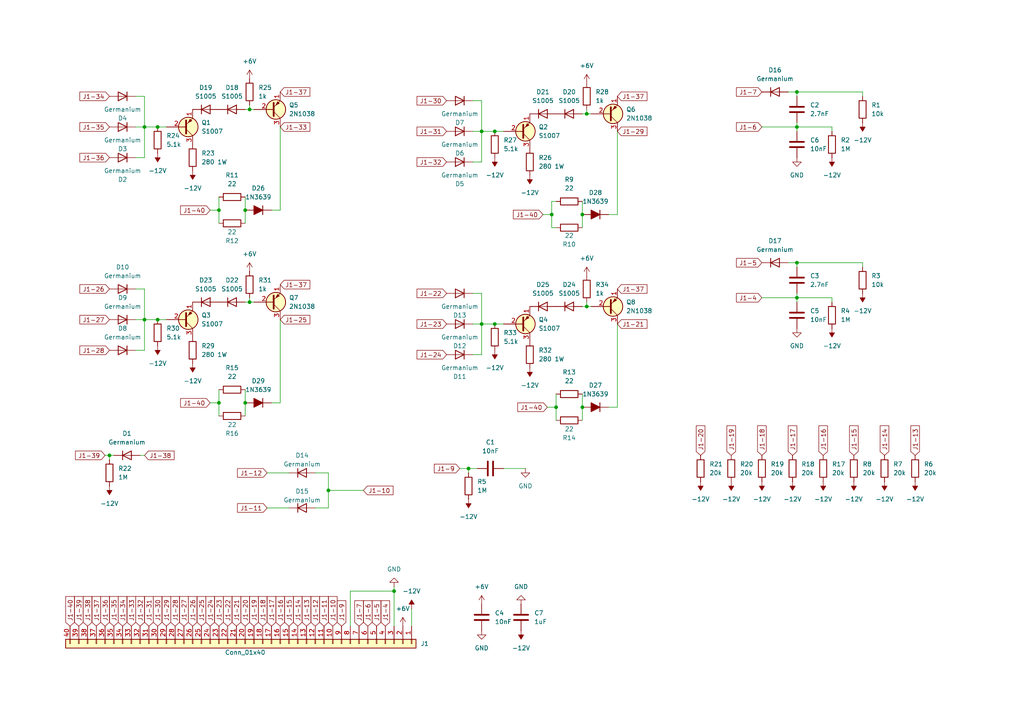
<source format=kicad_sch>
(kicad_sch (version 20250114) (generator "eeschema") (generator_version "9.0")
  (paper "A4")
  (title_block (comment 1 "All Resistors are Carbon Composition 5% 1/2 W") (comment 2 "All Capaciitors Metal Film") (comment 3 "Positive Marks Outer Foil on Capacitors") (comment 4 "Drawn By Calerin"))
  (junction (at 139.7 93.98))
  (junction (at 170.18 88.9))
  (junction (at 63.5 116.84))
  (junction (at 231.14 86.36))
  (junction (at 41.91 92.71))
  (junction (at 170.18 33.02))
  (junction (at 31.75 132.08))
  (junction (at 143.51 93.98))
  (junction (at 168.91 62.23))
  (junction (at 71.12 116.84))
  (junction (at 231.14 76.2))
  (junction (at 63.5 60.96))
  (junction (at 160.02 62.23))
  (junction (at 71.12 60.96))
  (junction (at 45.72 36.83))
  (junction (at 72.39 31.75))
  (junction (at 139.7 38.1))
  (junction (at 41.91 36.83))
  (junction (at 135.89 135.89))
  (junction (at 168.91 118.11))
  (junction (at 143.51 38.1))
  (junction (at 72.39 87.63))
  (junction (at 231.14 26.67))
  (junction (at 114.3 171.45))
  (junction (at 231.14 36.83))
  (junction (at 161.29 118.11))
  (junction (at 95.25 142.24))
  (junction (at 45.72 92.71))
  (wire (pts (xy 72.39 87.63) (xy 73.66 87.63)))
  (wire (pts (xy 139.7 85.09) (xy 139.7 93.98)))
  (wire (pts (xy 41.91 36.83) (xy 45.72 36.83)))
  (wire (pts (xy 176.53 118.11) (xy 179.07 118.11)))
  (wire (pts (xy 231.14 85.09) (xy 231.14 86.36)))
  (wire (pts (xy 95.25 142.24) (xy 105.41 142.24)))
  (wire (pts (xy 31.75 133.35) (xy 31.75 132.08)))
  (wire (pts (xy 41.91 83.82) (xy 41.91 92.71)))
  (wire (pts (xy 95.25 142.24) (xy 95.25 147.32)))
  (wire (pts (xy 63.5 116.84) (xy 63.5 113.03)))
  (wire (pts (xy 179.07 93.98) (xy 179.07 118.11)))
  (wire (pts (xy 168.91 58.42) (xy 168.91 62.23)))
  (wire (pts (xy 152.4 135.89) (xy 146.05 135.89)))
  (wire (pts (xy 143.51 93.98) (xy 146.05 93.98)))
  (wire (pts (xy 31.75 132.08) (xy 30.48 132.08)))
  (wire (pts (xy 231.14 38.1) (xy 231.14 36.83)))
  (wire (pts (xy 63.5 60.96) (xy 63.5 57.15)))
  (wire (pts (xy 71.12 87.63) (xy 72.39 87.63)))
  (wire (pts (xy 228.6 76.2) (xy 231.14 76.2)))
  (wire (pts (xy 250.19 26.67) (xy 231.14 26.67)))
  (wire (pts (xy 114.3 171.45) (xy 114.3 181.61)))
  (wire (pts (xy 71.12 116.84) (xy 71.12 120.65)))
  (wire (pts (xy 41.91 132.08) (xy 40.64 132.08)))
  (wire (pts (xy 77.47 137.16) (xy 83.82 137.16)))
  (wire (pts (xy 45.72 36.83) (xy 48.26 36.83)))
  (wire (pts (xy 220.98 86.36) (xy 231.14 86.36)))
  (wire (pts (xy 220.98 36.83) (xy 231.14 36.83)))
  (wire (pts (xy 41.91 101.6) (xy 39.37 101.6)))
  (wire (pts (xy 157.48 62.23) (xy 160.02 62.23)))
  (wire (pts (xy 250.19 27.94) (xy 250.19 26.67)))
  (wire (pts (xy 139.7 93.98) (xy 139.7 102.87)))
  (wire (pts (xy 81.28 116.84) (xy 81.28 92.71)))
  (wire (pts (xy 241.3 86.36) (xy 231.14 86.36)))
  (wire (pts (xy 241.3 86.36) (xy 241.3 87.63)))
  (wire (pts (xy 33.02 132.08) (xy 31.75 132.08)))
  (wire (pts (xy 139.7 102.87) (xy 137.16 102.87)))
  (wire (pts (xy 161.29 121.92) (xy 161.29 118.11)))
  (wire (pts (xy 77.47 147.32) (xy 83.82 147.32)))
  (wire (pts (xy 71.12 113.03) (xy 71.12 116.84)))
  (wire (pts (xy 63.5 120.65) (xy 63.5 116.84)))
  (wire (pts (xy 160.02 66.04) (xy 160.02 62.23)))
  (wire (pts (xy 72.39 86.36) (xy 72.39 87.63)))
  (wire (pts (xy 78.74 116.84) (xy 81.28 116.84)))
  (wire (pts (xy 133.35 135.89) (xy 135.89 135.89)))
  (wire (pts (xy 168.91 33.02) (xy 170.18 33.02)))
  (wire (pts (xy 60.96 116.84) (xy 63.5 116.84)))
  (wire (pts (xy 135.89 135.89) (xy 138.43 135.89)))
  (wire (pts (xy 228.6 26.67) (xy 231.14 26.67)))
  (wire (pts (xy 158.75 118.11) (xy 161.29 118.11)))
  (wire (pts (xy 168.91 114.3) (xy 168.91 118.11)))
  (wire (pts (xy 241.3 36.83) (xy 241.3 38.1)))
  (wire (pts (xy 137.16 29.21) (xy 139.7 29.21)))
  (wire (pts (xy 139.7 93.98) (xy 143.51 93.98)))
  (wire (pts (xy 41.91 45.72) (xy 39.37 45.72)))
  (wire (pts (xy 231.14 35.56) (xy 231.14 36.83)))
  (wire (pts (xy 41.91 27.94) (xy 41.91 36.83)))
  (wire (pts (xy 71.12 60.96) (xy 71.12 64.77)))
  (wire (pts (xy 231.14 76.2) (xy 231.14 77.47)))
  (wire (pts (xy 161.29 118.11) (xy 161.29 114.3)))
  (wire (pts (xy 139.7 38.1) (xy 143.51 38.1)))
  (wire (pts (xy 250.19 76.2) (xy 231.14 76.2)))
  (wire (pts (xy 139.7 38.1) (xy 139.7 46.99)))
  (wire (pts (xy 71.12 57.15) (xy 71.12 60.96)))
  (wire (pts (xy 170.18 33.02) (xy 171.45 33.02)))
  (wire (pts (xy 60.96 60.96) (xy 63.5 60.96)))
  (wire (pts (xy 95.25 147.32) (xy 91.44 147.32)))
  (wire (pts (xy 137.16 85.09) (xy 139.7 85.09)))
  (wire (pts (xy 170.18 88.9) (xy 171.45 88.9)))
  (wire (pts (xy 231.14 87.63) (xy 231.14 86.36)))
  (wire (pts (xy 139.7 29.21) (xy 139.7 38.1)))
  (wire (pts (xy 39.37 83.82) (xy 41.91 83.82)))
  (wire (pts (xy 78.74 60.96) (xy 81.28 60.96)))
  (wire (pts (xy 241.3 36.83) (xy 231.14 36.83)))
  (wire (pts (xy 81.28 60.96) (xy 81.28 36.83)))
  (wire (pts (xy 139.7 93.98) (xy 137.16 93.98)))
  (wire (pts (xy 41.91 92.71) (xy 45.72 92.71)))
  (wire (pts (xy 176.53 62.23) (xy 179.07 62.23)))
  (wire (pts (xy 114.3 170.18) (xy 114.3 171.45)))
  (wire (pts (xy 119.38 176.53) (xy 119.38 181.61)))
  (wire (pts (xy 168.91 62.23) (xy 168.91 66.04)))
  (wire (pts (xy 63.5 64.77) (xy 63.5 60.96)))
  (wire (pts (xy 72.39 30.48) (xy 72.39 31.75)))
  (wire (pts (xy 179.07 62.23) (xy 179.07 38.1)))
  (wire (pts (xy 139.7 38.1) (xy 137.16 38.1)))
  (wire (pts (xy 143.51 38.1) (xy 146.05 38.1)))
  (wire (pts (xy 160.02 62.23) (xy 160.02 58.42)))
  (wire (pts (xy 135.89 135.89) (xy 135.89 137.16)))
  (wire (pts (xy 161.29 66.04) (xy 160.02 66.04)))
  (wire (pts (xy 91.44 137.16) (xy 95.25 137.16)))
  (wire (pts (xy 170.18 31.75) (xy 170.18 33.02)))
  (wire (pts (xy 250.19 76.2) (xy 250.19 77.47)))
  (wire (pts (xy 168.91 88.9) (xy 170.18 88.9)))
  (wire (pts (xy 39.37 27.94) (xy 41.91 27.94)))
  (wire (pts (xy 101.6 171.45) (xy 114.3 171.45)))
  (wire (pts (xy 41.91 92.71) (xy 39.37 92.71)))
  (wire (pts (xy 139.7 46.99) (xy 137.16 46.99)))
  (wire (pts (xy 71.12 31.75) (xy 72.39 31.75)))
  (wire (pts (xy 231.14 26.67) (xy 231.14 27.94)))
  (wire (pts (xy 41.91 36.83) (xy 39.37 36.83)))
  (wire (pts (xy 72.39 31.75) (xy 73.66 31.75)))
  (wire (pts (xy 101.6 181.61) (xy 101.6 171.45)))
  (wire (pts (xy 41.91 36.83) (xy 41.91 45.72)))
  (wire (pts (xy 95.25 137.16) (xy 95.25 142.24)))
  (wire (pts (xy 170.18 87.63) (xy 170.18 88.9)))
  (wire (pts (xy 41.91 92.71) (xy 41.91 101.6)))
  (wire (pts (xy 168.91 118.11) (xy 168.91 121.92)))
  (wire (pts (xy 160.02 58.42) (xy 161.29 58.42)))
  (wire (pts (xy 45.72 92.71) (xy 48.26 92.71)))
  (global_label "J1-10" (shape input) (at 105.41 142.24 0) (property "Intersheetrefs" "${INTERSHEET_REFS}" (effects (hide yes))))
  (global_label "J1-12" (shape input) (at 91.44 181.61 90) (property "Intersheetrefs" "${INTERSHEET_REFS}" (effects (hide yes))))
  (global_label "J1-34" (shape input) (at 31.75 27.94 180) (property "Intersheetrefs" "${INTERSHEET_REFS}" (effects (hide yes))))
  (global_label "J1-30" (shape input) (at 45.72 181.61 90) (property "Intersheetrefs" "${INTERSHEET_REFS}" (effects (hide yes))))
  (global_label "J1-39" (shape input) (at 22.86 181.61 90) (property "Intersheetrefs" "${INTERSHEET_REFS}" (effects (hide yes))))
  (global_label "J1-23" (shape input) (at 63.5 181.61 90) (property "Intersheetrefs" "${INTERSHEET_REFS}" (effects (hide yes))))
  (global_label "J1-20" (shape input) (at 71.12 181.61 90) (property "Intersheetrefs" "${INTERSHEET_REFS}" (effects (hide yes))))
  (global_label "J1-40" (shape input) (at 60.96 116.84 180) (property "Intersheetrefs" "${INTERSHEET_REFS}" (effects (hide yes))))
  (global_label "J1-12" (shape input) (at 77.47 137.16 180) (property "Intersheetrefs" "${INTERSHEET_REFS}" (effects (hide yes))))
  (global_label "J1-26" (shape input) (at 55.88 181.61 90) (property "Intersheetrefs" "${INTERSHEET_REFS}" (effects (hide yes))))
  (global_label "J1-24" (shape input) (at 60.96 181.61 90) (property "Intersheetrefs" "${INTERSHEET_REFS}" (effects (hide yes))))
  (global_label "J1-28" (shape input) (at 50.8 181.61 90) (property "Intersheetrefs" "${INTERSHEET_REFS}" (effects (hide yes))))
  (global_label "J1-16" (shape input) (at 238.76 132.08 90) (property "Intersheetrefs" "${INTERSHEET_REFS}" (effects (hide yes))))
  (global_label "J1-23" (shape input) (at 129.54 93.98 180) (property "Intersheetrefs" "${INTERSHEET_REFS}" (effects (hide yes))))
  (global_label "J1-6" (shape input) (at 106.68 181.61 90) (property "Intersheetrefs" "${INTERSHEET_REFS}" (effects (hide yes))))
  (global_label "J1-39" (shape input) (at 30.48 132.08 180) (property "Intersheetrefs" "${INTERSHEET_REFS}" (effects (hide yes))))
  (global_label "J1-40" (shape input) (at 157.48 62.23 180) (property "Intersheetrefs" "${INTERSHEET_REFS}" (effects (hide yes))))
  (global_label "J1-37" (shape input) (at 81.28 26.67 0) (property "Intersheetrefs" "${INTERSHEET_REFS}" (effects (hide yes))))
  (global_label "J1-22" (shape input) (at 129.54 85.09 180) (property "Intersheetrefs" "${INTERSHEET_REFS}" (effects (hide yes))))
  (global_label "J1-14" (shape input) (at 86.36 181.61 90) (property "Intersheetrefs" "${INTERSHEET_REFS}" (effects (hide yes))))
  (global_label "J1-21" (shape input) (at 68.58 181.61 90) (property "Intersheetrefs" "${INTERSHEET_REFS}" (effects (hide yes))))
  (global_label "J1-36" (shape input) (at 30.48 181.61 90) (property "Intersheetrefs" "${INTERSHEET_REFS}" (effects (hide yes))))
  (global_label "J1-35" (shape input) (at 31.75 36.83 180) (property "Intersheetrefs" "${INTERSHEET_REFS}" (effects (hide yes))))
  (global_label "J1-25" (shape input) (at 81.28 92.71 0) (property "Intersheetrefs" "${INTERSHEET_REFS}" (effects (hide yes))))
  (global_label "J1-7" (shape input) (at 104.14 181.61 90) (property "Intersheetrefs" "${INTERSHEET_REFS}" (effects (hide yes))))
  (global_label "J1-31" (shape input) (at 43.18 181.61 90) (property "Intersheetrefs" "${INTERSHEET_REFS}" (effects (hide yes))))
  (global_label "J1-4" (shape input) (at 220.98 86.36 180) (property "Intersheetrefs" "${INTERSHEET_REFS}" (effects (hide yes))))
  (global_label "J1-29" (shape input) (at 179.07 38.1 0) (property "Intersheetrefs" "${INTERSHEET_REFS}" (effects (hide yes))))
  (global_label "J1-4" (shape input) (at 111.76 181.61 90) (property "Intersheetrefs" "${INTERSHEET_REFS}" (effects (hide yes))))
  (global_label "J1-32" (shape input) (at 40.64 181.61 90) (property "Intersheetrefs" "${INTERSHEET_REFS}" (effects (hide yes))))
  (global_label "J1-6" (shape input) (at 220.98 36.83 180) (property "Intersheetrefs" "${INTERSHEET_REFS}" (effects (hide yes))))
  (global_label "J1-35" (shape input) (at 33.02 181.61 90) (property "Intersheetrefs" "${INTERSHEET_REFS}" (effects (hide yes))))
  (global_label "J1-9" (shape input) (at 133.35 135.89 180) (property "Intersheetrefs" "${INTERSHEET_REFS}" (effects (hide yes))))
  (global_label "J1-11" (shape input) (at 77.47 147.32 180) (property "Intersheetrefs" "${INTERSHEET_REFS}" (effects (hide yes))))
  (global_label "J1-27" (shape input) (at 31.75 92.71 180) (property "Intersheetrefs" "${INTERSHEET_REFS}" (effects (hide yes))))
  (global_label "J1-29" (shape input) (at 48.26 181.61 90) (property "Intersheetrefs" "${INTERSHEET_REFS}" (effects (hide yes))))
  (global_label "J1-31" (shape input) (at 129.54 38.1 180) (property "Intersheetrefs" "${INTERSHEET_REFS}" (effects (hide yes))))
  (global_label "J1-16" (shape input) (at 81.28 181.61 90) (property "Intersheetrefs" "${INTERSHEET_REFS}" (effects (hide yes))))
  (global_label "J1-22" (shape input) (at 66.04 181.61 90) (property "Intersheetrefs" "${INTERSHEET_REFS}" (effects (hide yes))))
  (global_label "J1-5" (shape input) (at 109.22 181.61 90) (property "Intersheetrefs" "${INTERSHEET_REFS}" (effects (hide yes))))
  (global_label "J1-37" (shape input) (at 27.94 181.61 90) (property "Intersheetrefs" "${INTERSHEET_REFS}" (effects (hide yes))))
  (global_label "J1-37" (shape input) (at 179.07 83.82 0) (property "Intersheetrefs" "${INTERSHEET_REFS}" (effects (hide yes))))
  (global_label "J1-33" (shape input) (at 38.1 181.61 90) (property "Intersheetrefs" "${INTERSHEET_REFS}" (effects (hide yes))))
  (global_label "J1-17" (shape input) (at 229.87 132.08 90) (property "Intersheetrefs" "${INTERSHEET_REFS}" (effects (hide yes))))
  (global_label "J1-15" (shape input) (at 83.82 181.61 90) (property "Intersheetrefs" "${INTERSHEET_REFS}" (effects (hide yes))))
  (global_label "J1-18" (shape input) (at 76.2 181.61 90) (property "Intersheetrefs" "${INTERSHEET_REFS}" (effects (hide yes))))
  (global_label "J1-13" (shape input) (at 265.43 132.08 90) (property "Intersheetrefs" "${INTERSHEET_REFS}" (effects (hide yes))))
  (global_label "J1-38" (shape input) (at 41.91 132.08 0) (property "Intersheetrefs" "${INTERSHEET_REFS}" (effects (hide yes))))
  (global_label "J1-37" (shape input) (at 81.28 82.55 0) (property "Intersheetrefs" "${INTERSHEET_REFS}" (effects (hide yes))))
  (global_label "J1-13" (shape input) (at 88.9 181.61 90) (property "Intersheetrefs" "${INTERSHEET_REFS}" (effects (hide yes))))
  (global_label "J1-37" (shape input) (at 179.07 27.94 0) (property "Intersheetrefs" "${INTERSHEET_REFS}" (effects (hide yes))))
  (global_label "J1-34" (shape input) (at 35.56 181.61 90) (property "Intersheetrefs" "${INTERSHEET_REFS}" (effects (hide yes))))
  (global_label "J1-21" (shape input) (at 179.07 93.98 0) (property "Intersheetrefs" "${INTERSHEET_REFS}" (effects (hide yes))))
  (global_label "J1-33" (shape input) (at 81.28 36.83 0) (property "Intersheetrefs" "${INTERSHEET_REFS}" (effects (hide yes))))
  (global_label "J1-10" (shape input) (at 96.52 181.61 90) (property "Intersheetrefs" "${INTERSHEET_REFS}" (effects (hide yes))))
  (global_label "J1-20" (shape input) (at 203.2 132.08 90) (property "Intersheetrefs" "${INTERSHEET_REFS}" (effects (hide yes))))
  (global_label "J1-18" (shape input) (at 220.98 132.08 90) (property "Intersheetrefs" "${INTERSHEET_REFS}" (effects (hide yes))))
  (global_label "J1-40" (shape input) (at 158.75 118.11 180) (property "Intersheetrefs" "${INTERSHEET_REFS}" (effects (hide yes))))
  (global_label "J1-24" (shape input) (at 129.54 102.87 180) (property "Intersheetrefs" "${INTERSHEET_REFS}" (effects (hide yes))))
  (global_label "J1-9" (shape input) (at 99.06 181.61 90) (property "Intersheetrefs" "${INTERSHEET_REFS}" (effects (hide yes))))
  (global_label "J1-32" (shape input) (at 129.54 46.99 180) (property "Intersheetrefs" "${INTERSHEET_REFS}" (effects (hide yes))))
  (global_label "J1-30" (shape input) (at 129.54 29.21 180) (property "Intersheetrefs" "${INTERSHEET_REFS}" (effects (hide yes))))
  (global_label "J1-28" (shape input) (at 31.75 101.6 180) (property "Intersheetrefs" "${INTERSHEET_REFS}" (effects (hide yes))))
  (global_label "J1-19" (shape input) (at 212.09 132.08 90) (property "Intersheetrefs" "${INTERSHEET_REFS}" (effects (hide yes))))
  (global_label "J1-26" (shape input) (at 31.75 83.82 180) (property "Intersheetrefs" "${INTERSHEET_REFS}" (effects (hide yes))))
  (global_label "J1-17" (shape input) (at 78.74 181.61 90) (property "Intersheetrefs" "${INTERSHEET_REFS}" (effects (hide yes))))
  (global_label "J1-40" (shape input) (at 20.32 181.61 90) (property "Intersheetrefs" "${INTERSHEET_REFS}" (effects (hide yes))))
  (global_label "J1-19" (shape input) (at 73.66 181.61 90) (property "Intersheetrefs" "${INTERSHEET_REFS}" (effects (hide yes))))
  (global_label "J1-27" (shape input) (at 53.34 181.61 90) (property "Intersheetrefs" "${INTERSHEET_REFS}" (effects (hide yes))))
  (global_label "J1-11" (shape input) (at 93.98 181.61 90) (property "Intersheetrefs" "${INTERSHEET_REFS}" (effects (hide yes))))
  (global_label "J1-15" (shape input) (at 247.65 132.08 90) (property "Intersheetrefs" "${INTERSHEET_REFS}" (effects (hide yes))))
  (global_label "J1-40" (shape input) (at 60.96 60.96 180) (property "Intersheetrefs" "${INTERSHEET_REFS}" (effects (hide yes))))
  (global_label "J1-14" (shape input) (at 256.54 132.08 90) (property "Intersheetrefs" "${INTERSHEET_REFS}" (effects (hide yes))))
  (global_label "J1-5" (shape input) (at 220.98 76.2 180) (property "Intersheetrefs" "${INTERSHEET_REFS}" (effects (hide yes))))
  (global_label "J1-36" (shape input) (at 31.75 45.72 180) (property "Intersheetrefs" "${INTERSHEET_REFS}" (effects (hide yes))))
  (global_label "J1-25" (shape input) (at 58.42 181.61 90) (property "Intersheetrefs" "${INTERSHEET_REFS}" (effects (hide yes))))
  (global_label "J1-38" (shape input) (at 25.4 181.61 90) (property "Intersheetrefs" "${INTERSHEET_REFS}" (effects (hide yes))))
  (global_label "J1-7" (shape input) (at 220.98 26.67 180) (property "Intersheetrefs" "${INTERSHEET_REFS}" (effects (hide yes))))
  (symbol (lib_id "Device:R") (at 256.54 135.89 0) (unit 1)
    (property "Reference" "R7" (at 259.08 134.6199 0) (effects (justify left)))
    (property "Value" "20k" (at 259.08 137.1599 0) (effects (justify left)))
    (property "Footprint" "Resistor_THT:R_Axial_DIN0309_L9.0mm_D3.2mm_P15.24mm_Horizontal" (effects (hide yes)))
    (property "Description" "Resistor" (effects (hide yes)))
  )
  (symbol (lib_id "Device:C") (at 142.24 135.89 270) (unit 1)
    (property "Reference" "C1" (at 142.24 128.27 90))
    (property "Value" "10nF" (at 142.24 130.81 90))
    (property "Footprint" "Capacitor_THT:CP_Axial_L10.0mm_D4.5mm_P15.00mm_Horizontal" (effects (hide yes)))
    (property "Description" "Unpolarized capacitor" (effects (hide yes)))
  )
  (symbol (lib_id "power:GND") (at 139.7 182.88 0) (unit 1)
    (property "Reference" "#PWR019" (effects (hide yes)))
    (property "Value" "GND" (at 139.7 187.96 0))
    (property "Description" "Power symbol creates a global label with name \"GND\" , ground" (effects (hide yes)))
  )
  (symbol (lib_id "PCM_Transistor_BJT_AKL:Q_PNP_Generic_EBC") (at 78.74 31.75 0) (unit 1)
    (property "Reference" "Q5" (at 83.82 30.4799 0) (effects (justify left)))
    (property "Value" "2N1038" (at 83.82 33.0199 0) (effects (justify left)))
    (property "Footprint" "Package_TO_SOT_THT:TO-5-3" (effects (hide yes)))
    (property "Description" "PNP transistor, generic symbol, Alternate KiCAD Library" (effects (hide yes)))
  )
  (symbol (lib_id "power:-12V") (at 250.19 85.09 180) (unit 1)
    (property "Reference" "#PWR014" (effects (hide yes)))
    (property "Value" "-12V" (at 250.19 90.17 0))
    (property "Description" "Power symbol creates a global label with name \"-12V\"" (effects (hide yes)))
  )
  (symbol (lib_id "power:-12V") (at 247.65 139.7 180) (unit 1)
    (property "Reference" "#PWR08" (effects (hide yes)))
    (property "Value" "-12V" (at 247.65 144.78 0))
    (property "Description" "Power symbol creates a global label with name \"-12V\"" (effects (hide yes)))
  )
  (symbol (lib_id "PCM_Transistor_BJT_AKL:Q_PNP_Generic_EBC") (at 78.74 87.63 0) (unit 1)
    (property "Reference" "Q7" (at 83.82 86.3599 0) (effects (justify left)))
    (property "Value" "2N1038" (at 83.82 88.8999 0) (effects (justify left)))
    (property "Footprint" "Package_TO_SOT_THT:TO-5-3" (effects (hide yes)))
    (property "Description" "PNP transistor, generic symbol, Alternate KiCAD Library" (effects (hide yes)))
  )
  (symbol (lib_id "PCM_Diode_AKL:1N4003") (at 172.72 62.23 0) (unit 1)
    (property "Reference" "D28" (at 172.72 55.88 0))
    (property "Value" "1N3639" (at 172.72 58.42 0))
    (property "Footprint" "Diode_THT:D_DO-201AD_P15.24mm_Horizontal" (effects (hide yes)))
    (property "Datasheet" "https://www.tme.eu/Document/5f8ffc5ac30fc86bac97d66040bf5502/1n400x.pdf" (effects (hide yes)))
    (property "Description" "DO-41 Diode, Rectifier, 200V, 1A, Alternate KiCad Library" (effects (hide yes)))
  )
  (symbol (lib_id "Device:R") (at 203.2 135.89 0) (unit 1)
    (property "Reference" "R21" (at 205.74 134.6199 0) (effects (justify left)))
    (property "Value" "20k" (at 205.74 137.1599 0) (effects (justify left)))
    (property "Footprint" "Resistor_THT:R_Axial_DIN0309_L9.0mm_D3.2mm_P15.24mm_Horizontal" (effects (hide yes)))
    (property "Description" "Resistor" (effects (hide yes)))
  )
  (symbol (lib_id "Device:R") (at 247.65 135.89 0) (unit 1)
    (property "Reference" "R8" (at 250.19 134.6199 0) (effects (justify left)))
    (property "Value" "20k" (at 250.19 137.1599 0) (effects (justify left)))
    (property "Footprint" "Resistor_THT:R_Axial_DIN0309_L9.0mm_D3.2mm_P15.24mm_Horizontal" (effects (hide yes)))
    (property "Description" "Resistor" (effects (hide yes)))
  )
  (symbol (lib_id "Device:R") (at 143.51 41.91 0) (unit 1)
    (property "Reference" "R27" (at 146.05 40.6399 0) (effects (justify left)))
    (property "Value" "5.1k" (at 146.05 43.1799 0) (effects (justify left)))
    (property "Footprint" "Resistor_THT:R_Axial_DIN0309_L9.0mm_D3.2mm_P15.24mm_Horizontal" (effects (hide yes)))
    (property "Description" "Resistor" (effects (hide yes)))
  )
  (symbol (lib_id "Device:D") (at 35.56 27.94 180) (unit 1)
    (property "Reference" "D4" (at 35.56 34.29 0))
    (property "Value" "Germanium" (at 35.56 31.75 0))
    (property "Footprint" "Diode_THT:D_A-405_P12.70mm_Horizontal" (effects (hide yes)))
    (property "Description" "Diode" (effects (hide yes)))
    (property "Sim.Device" "D" (effects (hide yes)))
    (property "Sim.Pins" "1=K 2=A" (effects (hide yes)))
  )
  (symbol (lib_id "Device:D") (at 35.56 92.71 180) (unit 1)
    (property "Reference" "D9" (at 35.56 86.36 0))
    (property "Value" "Germanium" (at 35.56 88.9 0))
    (property "Footprint" "Diode_THT:D_A-405_P12.70mm_Horizontal" (effects (hide yes)))
    (property "Description" "Diode" (effects (hide yes)))
    (property "Sim.Device" "D" (effects (hide yes)))
    (property "Sim.Pins" "1=K 2=A" (effects (hide yes)))
  )
  (symbol (lib_id "Device:R") (at 170.18 27.94 180) (unit 1)
    (property "Reference" "R28" (at 172.72 26.6699 0) (effects (justify right)))
    (property "Value" "1k" (at 172.72 29.2099 0) (effects (justify right)))
    (property "Footprint" "Resistor_THT:R_Axial_DIN0309_L9.0mm_D3.2mm_P15.24mm_Horizontal" (effects (hide yes)))
    (property "Description" "Resistor" (effects (hide yes)))
  )
  (symbol (lib_id "power:-12V") (at 212.09 139.7 180) (unit 1)
    (property "Reference" "#PWR04" (effects (hide yes)))
    (property "Value" "-12V" (at 212.09 144.78 0))
    (property "Description" "Power symbol creates a global label with name \"-12V\"" (effects (hide yes)))
  )
  (symbol (lib_id "power:GND") (at 231.14 95.25 0) (unit 1)
    (property "Reference" "#PWR017" (effects (hide yes)))
    (property "Value" "GND" (at 231.14 100.33 0))
    (property "Description" "Power symbol creates a global label with name \"GND\" , ground" (effects (hide yes)))
  )
  (symbol (lib_id "Device:D") (at 35.56 101.6 180) (unit 1)
    (property "Reference" "D8" (at 35.56 95.25 0))
    (property "Value" "Germanium" (at 35.56 97.79 0))
    (property "Footprint" "Diode_THT:D_A-405_P12.70mm_Horizontal" (effects (hide yes)))
    (property "Description" "Diode" (effects (hide yes)))
    (property "Sim.Device" "D" (effects (hide yes)))
    (property "Sim.Pins" "1=K 2=A" (effects (hide yes)))
  )
  (symbol (lib_id "Device:R") (at 67.31 113.03 270) (unit 1)
    (property "Reference" "R15" (at 67.31 106.68 90))
    (property "Value" "22" (at 67.31 109.22 90))
    (property "Footprint" "Resistor_THT:R_Axial_DIN0309_L9.0mm_D3.2mm_P15.24mm_Horizontal" (effects (hide yes)))
    (property "Description" "Resistor" (effects (hide yes)))
  )
  (symbol (lib_id "power:-12V") (at 119.38 176.53 0) (unit 1)
    (property "Reference" "#PWR039" (effects (hide yes)))
    (property "Value" "-12V" (at 119.38 171.45 0))
    (property "Description" "Power symbol creates a global label with name \"-12V\"" (effects (hide yes)))
  )
  (symbol (lib_id "PCM_Transistor_BJT_AKL:Q_PNP_Generic_EBC") (at 53.34 36.83 0) (unit 1)
    (property "Reference" "Q1" (at 58.42 35.5599 0) (effects (justify left)))
    (property "Value" "S1007" (at 58.42 38.0999 0) (effects (justify left)))
    (property "Footprint" "Package_TO_SOT_THT:TO-5-3" (effects (hide yes)))
    (property "Description" "PNP transistor, generic symbol, Alternate KiCAD Library" (effects (hide yes)))
  )
  (symbol (lib_id "Device:R") (at 31.75 137.16 0) (unit 1)
    (property "Reference" "R22" (at 34.29 135.8899 0) (effects (justify left)))
    (property "Value" "1M" (at 34.29 138.4299 0) (effects (justify left)))
    (property "Footprint" "Resistor_THT:R_Axial_DIN0309_L9.0mm_D3.2mm_P15.24mm_Horizontal" (effects (hide yes)))
    (property "Description" "Resistor" (effects (hide yes)))
  )
  (symbol (lib_id "Device:R") (at 265.43 135.89 0) (unit 1)
    (property "Reference" "R6" (at 267.97 134.6199 0) (effects (justify left)))
    (property "Value" "20k" (at 267.97 137.1599 0) (effects (justify left)))
    (property "Footprint" "Resistor_THT:R_Axial_DIN0309_L9.0mm_D3.2mm_P15.24mm_Horizontal" (effects (hide yes)))
    (property "Description" "Resistor" (effects (hide yes)))
  )
  (symbol (lib_id "power:+6V") (at 72.39 22.86 0) (unit 1)
    (property "Reference" "#PWR023" (effects (hide yes)))
    (property "Value" "+6V" (at 72.39 17.78 0))
    (property "Description" "Power symbol creates a global label with name \"+6V\"" (effects (hide yes)))
  )
  (symbol (lib_id "Device:R") (at 72.39 82.55 180) (unit 1)
    (property "Reference" "R31" (at 74.93 81.2799 0) (effects (justify right)))
    (property "Value" "1k" (at 74.93 83.8199 0) (effects (justify right)))
    (property "Footprint" "Resistor_THT:R_Axial_DIN0309_L9.0mm_D3.2mm_P15.24mm_Horizontal" (effects (hide yes)))
    (property "Description" "Resistor" (effects (hide yes)))
  )
  (symbol (lib_id "power:-12V") (at 250.19 35.56 180) (unit 1)
    (property "Reference" "#PWR013" (effects (hide yes)))
    (property "Value" "-12V" (at 250.19 40.64 0))
    (property "Description" "Power symbol creates a global label with name \"-12V\"" (effects (hide yes)))
  )
  (symbol (lib_id "PCM_Diode_AKL:1N4003") (at 74.93 116.84 0) (unit 1)
    (property "Reference" "D29" (at 74.93 110.49 0))
    (property "Value" "1N3639" (at 74.93 113.03 0))
    (property "Footprint" "Diode_THT:D_DO-201AD_P15.24mm_Horizontal" (effects (hide yes)))
    (property "Datasheet" "https://www.tme.eu/Document/5f8ffc5ac30fc86bac97d66040bf5502/1n400x.pdf" (effects (hide yes)))
    (property "Description" "DO-41 Diode, Rectifier, 200V, 1A, Alternate KiCad Library" (effects (hide yes)))
  )
  (symbol (lib_id "power:-12V") (at 241.3 95.25 180) (unit 1)
    (property "Reference" "#PWR018" (effects (hide yes)))
    (property "Value" "-12V" (at 241.3 100.33 0))
    (property "Description" "Power symbol creates a global label with name \"-12V\"" (effects (hide yes)))
  )
  (symbol (lib_id "power:-12V") (at 135.89 144.78 180) (unit 1)
    (property "Reference" "#PWR011" (effects (hide yes)))
    (property "Value" "-12V" (at 135.89 149.86 0))
    (property "Description" "Power symbol creates a global label with name \"-12V\"" (effects (hide yes)))
  )
  (symbol (lib_id "power:-12V") (at 31.75 140.97 180) (unit 1)
    (property "Reference" "#PWR035" (effects (hide yes)))
    (property "Value" "-12V" (at 31.75 146.05 0))
    (property "Description" "Power symbol creates a global label with name \"-12V\"" (effects (hide yes)))
  )
  (symbol (lib_id "PCM_Transistor_BJT_AKL:Q_PNP_Generic_EBC") (at 176.53 88.9 0) (unit 1)
    (property "Reference" "Q8" (at 181.61 87.6299 0) (effects (justify left)))
    (property "Value" "2N1038" (at 181.61 90.1699 0) (effects (justify left)))
    (property "Footprint" "Package_TO_SOT_THT:TO-5-3" (effects (hide yes)))
    (property "Description" "PNP transistor, generic symbol, Alternate KiCAD Library" (effects (hide yes)))
  )
  (symbol (lib_id "Device:D") (at 35.56 83.82 180) (unit 1)
    (property "Reference" "D10" (at 35.56 77.47 0))
    (property "Value" "Germanium" (at 35.56 80.01 0))
    (property "Footprint" "Diode_THT:D_A-405_P12.70mm_Horizontal" (effects (hide yes)))
    (property "Description" "Diode" (effects (hide yes)))
    (property "Sim.Device" "D" (effects (hide yes)))
    (property "Sim.Pins" "1=K 2=A" (effects (hide yes)))
  )
  (symbol (lib_id "PCM_Diode_AKL:1N4003") (at 74.93 60.96 0) (unit 1)
    (property "Reference" "D26" (at 74.93 54.61 0))
    (property "Value" "1N3639" (at 74.93 57.15 0))
    (property "Footprint" "Diode_THT:D_DO-201AD_P15.24mm_Horizontal" (effects (hide yes)))
    (property "Datasheet" "https://www.tme.eu/Document/5f8ffc5ac30fc86bac97d66040bf5502/1n400x.pdf" (effects (hide yes)))
    (property "Description" "DO-41 Diode, Rectifier, 200V, 1A, Alternate KiCad Library" (effects (hide yes)))
  )
  (symbol (lib_id "Device:D") (at 87.63 137.16 0) (unit 1)
    (property "Reference" "D14" (at 87.63 132.08 0))
    (property "Value" "Germanium" (at 87.63 134.62 0))
    (property "Footprint" "Diode_THT:D_A-405_P12.70mm_Horizontal" (effects (hide yes)))
    (property "Description" "Diode" (effects (hide yes)))
    (property "Sim.Device" "D" (effects (hide yes)))
    (property "Sim.Pins" "1=K 2=A" (effects (hide yes)))
  )
  (symbol (lib_id "Device:D") (at 133.35 38.1 180) (unit 1)
    (property "Reference" "D6" (at 133.35 44.45 0))
    (property "Value" "Germanium" (at 133.35 41.91 0))
    (property "Footprint" "Diode_THT:D_A-405_P12.70mm_Horizontal" (effects (hide yes)))
    (property "Description" "Diode" (effects (hide yes)))
    (property "Sim.Device" "D" (effects (hide yes)))
    (property "Sim.Pins" "1=K 2=A" (effects (hide yes)))
  )
  (symbol (lib_id "power:+6V") (at 116.84 181.61 0) (unit 1)
    (property "Reference" "#PWR01" (effects (hide yes)))
    (property "Value" "+6V" (at 116.84 176.53 0))
    (property "Description" "Power symbol creates a global label with name \"+6V\"" (effects (hide yes)))
  )
  (symbol (lib_id "Device:C") (at 231.14 81.28 180) (unit 1)
    (property "Reference" "C3" (at 234.95 80.0099 0) (effects (justify right)))
    (property "Value" "2.7nF" (at 234.95 82.5499 0) (effects (justify right)))
    (property "Footprint" "Capacitor_THT:C_Axial_L3.8mm_D2.6mm_P15.00mm_Horizontal" (effects (hide yes)))
    (property "Description" "Unpolarized capacitor" (effects (hide yes)))
  )
  (symbol (lib_id "Device:C") (at 139.7 179.07 180) (unit 1)
    (property "Reference" "C4" (at 143.51 177.7999 0) (effects (justify right)))
    (property "Value" "10nF" (at 143.51 180.3399 0) (effects (justify right)))
    (property "Footprint" "Capacitor_THT:CP_Axial_L10.0mm_D4.5mm_P15.00mm_Horizontal" (effects (hide yes)))
    (property "Description" "Unpolarized capacitor" (effects (hide yes)))
  )
  (symbol (lib_id "power:GND") (at 114.3 170.18 180) (unit 1)
    (property "Reference" "#PWR03" (effects (hide yes)))
    (property "Value" "GND" (at 114.3 165.1 0))
    (property "Description" "Power symbol creates a global label with name \"GND\" , ground" (effects (hide yes)))
  )
  (symbol (lib_id "power:-12V") (at 143.51 101.6 180) (unit 1)
    (property "Reference" "#PWR027" (effects (hide yes)))
    (property "Value" "-12V" (at 143.51 106.68 0))
    (property "Description" "Power symbol creates a global label with name \"-12V\"" (effects (hide yes)))
  )
  (symbol (lib_id "PCM_Diode_AKL:1N4003") (at 172.72 118.11 0) (unit 1)
    (property "Reference" "D27" (at 172.72 111.76 0))
    (property "Value" "1N3639" (at 172.72 114.3 0))
    (property "Footprint" "Diode_THT:D_DO-201AD_P15.24mm_Horizontal" (effects (hide yes)))
    (property "Datasheet" "https://www.tme.eu/Document/5f8ffc5ac30fc86bac97d66040bf5502/1n400x.pdf" (effects (hide yes)))
    (property "Description" "DO-41 Diode, Rectifier, 200V, 1A, Alternate KiCad Library" (effects (hide yes)))
  )
  (symbol (lib_id "Device:D") (at 87.63 147.32 0) (unit 1)
    (property "Reference" "D15" (at 87.63 142.494 0))
    (property "Value" "Germanium" (at 87.63 145.034 0))
    (property "Footprint" "Diode_THT:D_A-405_P12.70mm_Horizontal" (effects (hide yes)))
    (property "Description" "Diode" (effects (hide yes)))
    (property "Sim.Device" "D" (effects (hide yes)))
    (property "Sim.Pins" "1=K 2=A" (effects (hide yes)))
  )
  (symbol (lib_id "Device:R") (at 45.72 96.52 0) (unit 1)
    (property "Reference" "R30" (at 48.26 95.2499 0) (effects (justify left)))
    (property "Value" "5.1k" (at 48.26 97.7899 0) (effects (justify left)))
    (property "Footprint" "Resistor_THT:R_Axial_DIN0309_L9.0mm_D3.2mm_P15.24mm_Horizontal" (effects (hide yes)))
    (property "Description" "Resistor" (effects (hide yes)))
  )
  (symbol (lib_id "Connector_Generic:Conn_01x40") (at 71.12 186.69 270) (unit 1)
    (property "Reference" "J1" (at 123.19 186.69 90))
    (property "Value" "Conn_01x40" (at 71.12 189.23 90))
    (property "Footprint" "Logi620:ELCO 40" (effects (hide yes)))
    (property "Description" "Generic connector, single row, 01x40, script generated (kicad-library-utils/schlib/autogen/connector/)" (effects (hide yes)))
  )
  (symbol (lib_id "Device:D") (at 133.35 46.99 180) (unit 1)
    (property "Reference" "D5" (at 133.35 53.34 0))
    (property "Value" "Germanium" (at 133.35 50.8 0))
    (property "Footprint" "Diode_THT:D_A-405_P12.70mm_Horizontal" (effects (hide yes)))
    (property "Description" "Diode" (effects (hide yes)))
    (property "Sim.Device" "D" (effects (hide yes)))
    (property "Sim.Pins" "1=K 2=A" (effects (hide yes)))
  )
  (symbol (lib_id "power:-12V") (at 153.67 50.8 180) (unit 1)
    (property "Reference" "#PWR031" (effects (hide yes)))
    (property "Value" "-12V" (at 153.67 55.88 0))
    (property "Description" "Power symbol creates a global label with name \"-12V\"" (effects (hide yes)))
  )
  (symbol (lib_id "Device:R") (at 153.67 102.87 0) (unit 1)
    (property "Reference" "R32" (at 156.21 101.5999 0) (effects (justify left)))
    (property "Value" "280 1W" (at 156.21 104.1399 0) (effects (justify left)))
    (property "Footprint" "Resistor_THT:R_Axial_DIN0411_L9.9mm_D3.6mm_P20.32mm_Horizontal" (effects (hide yes)))
    (property "Description" "Resistor" (effects (hide yes)))
  )
  (symbol (lib_id "Device:D") (at 165.1 33.02 0) (unit 1)
    (property "Reference" "D20" (at 165.1 26.67 0))
    (property "Value" "S1005" (at 165.1 29.21 0))
    (property "Footprint" "Diode_THT:D_A-405_P12.70mm_Horizontal" (effects (hide yes)))
    (property "Description" "Diode" (effects (hide yes)))
    (property "Sim.Device" "D" (effects (hide yes)))
    (property "Sim.Pins" "1=K 2=A" (effects (hide yes)))
  )
  (symbol (lib_id "power:+6V") (at 170.18 24.13 0) (unit 1)
    (property "Reference" "#PWR024" (effects (hide yes)))
    (property "Value" "+6V" (at 170.18 19.05 0))
    (property "Description" "Power symbol creates a global label with name \"+6V\"" (effects (hide yes)))
  )
  (symbol (lib_id "Device:D") (at 35.56 45.72 180) (unit 1)
    (property "Reference" "D2" (at 35.56 52.07 0))
    (property "Value" "Germanium" (at 35.56 49.53 0))
    (property "Footprint" "Diode_THT:D_A-405_P12.70mm_Horizontal" (effects (hide yes)))
    (property "Description" "Diode" (effects (hide yes)))
    (property "Sim.Device" "D" (effects (hide yes)))
    (property "Sim.Pins" "1=K 2=A" (effects (hide yes)))
  )
  (symbol (lib_id "power:-12V") (at 143.51 45.72 180) (unit 1)
    (property "Reference" "#PWR032" (effects (hide yes)))
    (property "Value" "-12V" (at 143.51 50.8 0))
    (property "Description" "Power symbol creates a global label with name \"-12V\"" (effects (hide yes)))
  )
  (symbol (lib_id "Device:R") (at 55.88 101.6 0) (unit 1)
    (property "Reference" "R29" (at 58.42 100.3299 0) (effects (justify left)))
    (property "Value" "280 1W" (at 58.42 102.8699 0) (effects (justify left)))
    (property "Footprint" "Resistor_THT:R_Axial_DIN0411_L9.9mm_D3.6mm_P20.32mm_Horizontal" (effects (hide yes)))
    (property "Description" "Resistor" (effects (hide yes)))
  )
  (symbol (lib_id "PCM_Transistor_BJT_AKL:Q_PNP_Generic_EBC") (at 53.34 92.71 0) (unit 1)
    (property "Reference" "Q3" (at 58.42 91.4399 0) (effects (justify left)))
    (property "Value" "S1007" (at 58.42 93.9799 0) (effects (justify left)))
    (property "Footprint" "Package_TO_SOT_THT:TO-5-3" (effects (hide yes)))
    (property "Description" "PNP transistor, generic symbol, Alternate KiCAD Library" (effects (hide yes)))
  )
  (symbol (lib_id "Device:R") (at 67.31 57.15 270) (unit 1)
    (property "Reference" "R11" (at 67.31 50.8 90))
    (property "Value" "22" (at 67.31 53.34 90))
    (property "Footprint" "Resistor_THT:R_Axial_DIN0309_L9.0mm_D3.2mm_P15.24mm_Horizontal" (effects (hide yes)))
    (property "Description" "Resistor" (effects (hide yes)))
  )
  (symbol (lib_id "Device:D") (at 224.79 76.2 0) (unit 1)
    (property "Reference" "D17" (at 224.79 69.85 0))
    (property "Value" "Germanium" (at 224.79 72.39 0))
    (property "Footprint" "Diode_THT:D_A-405_P12.70mm_Horizontal" (effects (hide yes)))
    (property "Description" "Diode" (effects (hide yes)))
    (property "Sim.Device" "D" (effects (hide yes)))
    (property "Sim.Pins" "1=K 2=A" (effects (hide yes)))
  )
  (symbol (lib_id "Device:D") (at 224.79 26.67 0) (unit 1)
    (property "Reference" "D16" (at 224.79 20.32 0))
    (property "Value" "Germanium" (at 224.79 22.86 0))
    (property "Footprint" "Diode_THT:D_A-405_P12.70mm_Horizontal" (effects (hide yes)))
    (property "Description" "Diode" (effects (hide yes)))
    (property "Sim.Device" "D" (effects (hide yes)))
    (property "Sim.Pins" "1=K 2=A" (effects (hide yes)))
  )
  (symbol (lib_id "Device:D") (at 165.1 88.9 0) (unit 1)
    (property "Reference" "D24" (at 165.1 82.55 0))
    (property "Value" "S1005" (at 165.1 85.09 0))
    (property "Footprint" "Diode_THT:D_A-405_P12.70mm_Horizontal" (effects (hide yes)))
    (property "Description" "Diode" (effects (hide yes)))
    (property "Sim.Device" "D" (effects (hide yes)))
    (property "Sim.Pins" "1=K 2=A" (effects (hide yes)))
  )
  (symbol (lib_id "power:GND") (at 151.13 175.26 180) (unit 1)
    (property "Reference" "#PWR021" (effects (hide yes)))
    (property "Value" "GND" (at 151.13 170.18 0))
    (property "Description" "Power symbol creates a global label with name \"GND\" , ground" (effects (hide yes)))
  )
  (symbol (lib_id "power:-12V") (at 153.67 106.68 180) (unit 1)
    (property "Reference" "#PWR028" (effects (hide yes)))
    (property "Value" "-12V" (at 153.67 111.76 0))
    (property "Description" "Power symbol creates a global label with name \"-12V\"" (effects (hide yes)))
  )
  (symbol (lib_id "power:+6V") (at 170.18 80.01 0) (unit 1)
    (property "Reference" "#PWR026" (effects (hide yes)))
    (property "Value" "+6V" (at 170.18 74.93 0))
    (property "Description" "Power symbol creates a global label with name \"+6V\"" (effects (hide yes)))
  )
  (symbol (lib_id "Device:R") (at 250.19 81.28 0) (unit 1)
    (property "Reference" "R3" (at 252.73 80.0099 0) (effects (justify left)))
    (property "Value" "10k" (at 252.73 82.5499 0) (effects (justify left)))
    (property "Footprint" "Resistor_THT:R_Axial_DIN0309_L9.0mm_D3.2mm_P15.24mm_Horizontal" (effects (hide yes)))
    (property "Description" "Resistor" (effects (hide yes)))
  )
  (symbol (lib_id "Device:R") (at 229.87 135.89 0) (unit 1)
    (property "Reference" "R18" (at 232.41 134.6199 0) (effects (justify left)))
    (property "Value" "20k" (at 232.41 137.1599 0) (effects (justify left)))
    (property "Footprint" "Resistor_THT:R_Axial_DIN0309_L9.0mm_D3.2mm_P15.24mm_Horizontal" (effects (hide yes)))
    (property "Description" "Resistor" (effects (hide yes)))
  )
  (symbol (lib_id "power:-12V") (at 151.13 182.88 180) (unit 1)
    (property "Reference" "#PWR022" (effects (hide yes)))
    (property "Value" "-12V" (at 151.13 187.96 0))
    (property "Description" "Power symbol creates a global label with name \"-12V\"" (effects (hide yes)))
  )
  (symbol (lib_id "power:-12V") (at 229.87 139.7 180) (unit 1)
    (property "Reference" "#PWR06" (effects (hide yes)))
    (property "Value" "-12V" (at 229.87 144.78 0))
    (property "Description" "Power symbol creates a global label with name \"-12V\"" (effects (hide yes)))
  )
  (symbol (lib_id "power:GND") (at 231.14 45.72 0) (unit 1)
    (property "Reference" "#PWR016" (effects (hide yes)))
    (property "Value" "GND" (at 231.14 50.8 0))
    (property "Description" "Power symbol creates a global label with name \"GND\" , ground" (effects (hide yes)))
  )
  (symbol (lib_id "power:-12V") (at 45.72 44.45 180) (unit 1)
    (property "Reference" "#PWR034" (effects (hide yes)))
    (property "Value" "-12V" (at 45.72 49.53 0))
    (property "Description" "Power symbol creates a global label with name \"-12V\"" (effects (hide yes)))
  )
  (symbol (lib_id "Device:R") (at 165.1 114.3 270) (unit 1)
    (property "Reference" "R13" (at 165.1 107.95 90))
    (property "Value" "22" (at 165.1 110.49 90))
    (property "Footprint" "Resistor_THT:R_Axial_DIN0309_L9.0mm_D3.2mm_P15.24mm_Horizontal" (effects (hide yes)))
    (property "Description" "Resistor" (effects (hide yes)))
  )
  (symbol (lib_id "Device:R") (at 67.31 64.77 270) (unit 1)
    (property "Reference" "R12" (at 67.31 69.85 90))
    (property "Value" "22" (at 67.31 67.31 90))
    (property "Footprint" "Resistor_THT:R_Axial_DIN0309_L9.0mm_D3.2mm_P15.24mm_Horizontal" (effects (hide yes)))
    (property "Description" "Resistor" (effects (hide yes)))
  )
  (symbol (lib_id "Device:R") (at 72.39 26.67 180) (unit 1)
    (property "Reference" "R25" (at 74.93 25.3999 0) (effects (justify right)))
    (property "Value" "1k" (at 74.93 27.9399 0) (effects (justify right)))
    (property "Footprint" "Resistor_THT:R_Axial_DIN0309_L9.0mm_D3.2mm_P15.24mm_Horizontal" (effects (hide yes)))
    (property "Description" "Resistor" (effects (hide yes)))
  )
  (symbol (lib_id "power:-12V") (at 55.88 49.53 180) (unit 1)
    (property "Reference" "#PWR033" (effects (hide yes)))
    (property "Value" "-12V" (at 55.88 54.61 0))
    (property "Description" "Power symbol creates a global label with name \"-12V\"" (effects (hide yes)))
  )
  (symbol (lib_id "Device:D") (at 133.35 93.98 180) (unit 1)
    (property "Reference" "D12" (at 133.35 100.33 0))
    (property "Value" "Germanium" (at 133.35 97.79 0))
    (property "Footprint" "Diode_THT:D_A-405_P12.70mm_Horizontal" (effects (hide yes)))
    (property "Description" "Diode" (effects (hide yes)))
    (property "Sim.Device" "D" (effects (hide yes)))
    (property "Sim.Pins" "1=K 2=A" (effects (hide yes)))
  )
  (symbol (lib_id "power:-12V") (at 241.3 45.72 180) (unit 1)
    (property "Reference" "#PWR015" (effects (hide yes)))
    (property "Value" "-12V" (at 241.3 50.8 0))
    (property "Description" "Power symbol creates a global label with name \"-12V\"" (effects (hide yes)))
  )
  (symbol (lib_id "PCM_Transistor_BJT_AKL:Q_PNP_Generic_EBC") (at 176.53 33.02 0) (unit 1)
    (property "Reference" "Q6" (at 181.61 31.7499 0) (effects (justify left)))
    (property "Value" "2N1038" (at 181.61 34.2899 0) (effects (justify left)))
    (property "Footprint" "Package_TO_SOT_THT:TO-5-3" (effects (hide yes)))
    (property "Description" "PNP transistor, generic symbol, Alternate KiCAD Library" (effects (hide yes)))
  )
  (symbol (lib_id "Device:R") (at 220.98 135.89 0) (unit 1)
    (property "Reference" "R19" (at 223.52 134.6199 0) (effects (justify left)))
    (property "Value" "20k" (at 223.52 137.1599 0) (effects (justify left)))
    (property "Footprint" "Resistor_THT:R_Axial_DIN0309_L9.0mm_D3.2mm_P15.24mm_Horizontal" (effects (hide yes)))
    (property "Description" "Resistor" (effects (hide yes)))
  )
  (symbol (lib_id "power:-12V") (at 256.54 139.7 180) (unit 1)
    (property "Reference" "#PWR09" (effects (hide yes)))
    (property "Value" "-12V" (at 256.54 144.78 0))
    (property "Description" "Power symbol creates a global label with name \"-12V\"" (effects (hide yes)))
  )
  (symbol (lib_id "Device:R") (at 165.1 121.92 270) (unit 1)
    (property "Reference" "R14" (at 165.1 127 90))
    (property "Value" "22" (at 165.1 124.46 90))
    (property "Footprint" "Resistor_THT:R_Axial_DIN0309_L9.0mm_D3.2mm_P15.24mm_Horizontal" (effects (hide yes)))
    (property "Description" "Resistor" (effects (hide yes)))
  )
  (symbol (lib_id "Device:D") (at 36.83 132.08 0) (unit 1)
    (property "Reference" "D1" (at 36.83 125.73 0))
    (property "Value" "Germanium" (at 36.83 128.27 0))
    (property "Footprint" "Diode_THT:D_A-405_P12.70mm_Horizontal" (effects (hide yes)))
    (property "Description" "Diode" (effects (hide yes)))
    (property "Sim.Device" "D" (effects (hide yes)))
    (property "Sim.Pins" "1=K 2=A" (effects (hide yes)))
  )
  (symbol (lib_id "Device:D") (at 133.35 102.87 180) (unit 1)
    (property "Reference" "D11" (at 133.35 109.22 0))
    (property "Value" "Germanium" (at 133.35 106.68 0))
    (property "Footprint" "Diode_THT:D_A-405_P12.70mm_Horizontal" (effects (hide yes)))
    (property "Description" "Diode" (effects (hide yes)))
    (property "Sim.Device" "D" (effects (hide yes)))
    (property "Sim.Pins" "1=K 2=A" (effects (hide yes)))
  )
  (symbol (lib_id "Device:R") (at 241.3 91.44 0) (unit 1)
    (property "Reference" "R4" (at 243.84 90.1699 0) (effects (justify left)))
    (property "Value" "1M" (at 243.84 92.7099 0) (effects (justify left)))
    (property "Footprint" "Resistor_THT:R_Axial_DIN0309_L9.0mm_D3.2mm_P15.24mm_Horizontal" (effects (hide yes)))
    (property "Description" "Resistor" (effects (hide yes)))
  )
  (symbol (lib_id "power:-12V") (at 203.2 139.7 180) (unit 1)
    (property "Reference" "#PWR02" (effects (hide yes)))
    (property "Value" "-12V" (at 203.2 144.78 0))
    (property "Description" "Power symbol creates a global label with name \"-12V\"" (effects (hide yes)))
  )
  (symbol (lib_id "Device:R") (at 165.1 58.42 270) (unit 1)
    (property "Reference" "R9" (at 165.1 52.07 90))
    (property "Value" "22" (at 165.1 54.61 90))
    (property "Footprint" "Resistor_THT:R_Axial_DIN0309_L9.0mm_D3.2mm_P15.24mm_Horizontal" (effects (hide yes)))
    (property "Description" "Resistor" (effects (hide yes)))
  )
  (symbol (lib_id "power:+6V") (at 139.7 175.26 0) (unit 1)
    (property "Reference" "#PWR020" (effects (hide yes)))
    (property "Value" "+6V" (at 139.7 170.18 0))
    (property "Description" "Power symbol creates a global label with name \"+6V\"" (effects (hide yes)))
  )
  (symbol (lib_id "Device:R") (at 250.19 31.75 0) (unit 1)
    (property "Reference" "R1" (at 252.73 30.4799 0) (effects (justify left)))
    (property "Value" "10k" (at 252.73 33.0199 0) (effects (justify left)))
    (property "Footprint" "Resistor_THT:R_Axial_DIN0309_L9.0mm_D3.2mm_P15.24mm_Horizontal" (effects (hide yes)))
    (property "Description" "Resistor" (effects (hide yes)))
  )
  (symbol (lib_id "Device:D") (at 35.56 36.83 180) (unit 1)
    (property "Reference" "D3" (at 35.56 43.18 0))
    (property "Value" "Germanium" (at 35.56 40.64 0))
    (property "Footprint" "Diode_THT:D_A-405_P12.70mm_Horizontal" (effects (hide yes)))
    (property "Description" "Diode" (effects (hide yes)))
    (property "Sim.Device" "D" (effects (hide yes)))
    (property "Sim.Pins" "1=K 2=A" (effects (hide yes)))
  )
  (symbol (lib_id "Device:R") (at 238.76 135.89 0) (unit 1)
    (property "Reference" "R17" (at 241.3 134.6199 0) (effects (justify left)))
    (property "Value" "20k" (at 241.3 137.1599 0) (effects (justify left)))
    (property "Footprint" "Resistor_THT:R_Axial_DIN0309_L9.0mm_D3.2mm_P15.24mm_Horizontal" (effects (hide yes)))
    (property "Description" "Resistor" (effects (hide yes)))
  )
  (symbol (lib_id "Device:D") (at 67.31 87.63 0) (unit 1)
    (property "Reference" "D22" (at 67.31 81.28 0))
    (property "Value" "S1005" (at 67.31 83.82 0))
    (property "Footprint" "Diode_THT:D_A-405_P12.70mm_Horizontal" (effects (hide yes)))
    (property "Description" "Diode" (effects (hide yes)))
    (property "Sim.Device" "D" (effects (hide yes)))
    (property "Sim.Pins" "1=K 2=A" (effects (hide yes)))
  )
  (symbol (lib_id "power:-12V") (at 45.72 100.33 180) (unit 1)
    (property "Reference" "#PWR030" (effects (hide yes)))
    (property "Value" "-12V" (at 45.72 105.41 0))
    (property "Description" "Power symbol creates a global label with name \"-12V\"" (effects (hide yes)))
  )
  (symbol (lib_id "Device:C") (at 231.14 41.91 0) (unit 1)
    (property "Reference" "C6" (at 234.95 40.6399 0) (effects (justify left)))
    (property "Value" "10nF" (at 234.95 43.1799 0) (effects (justify left)))
    (property "Footprint" "Capacitor_THT:CP_Axial_L10.0mm_D4.5mm_P15.00mm_Horizontal" (effects (hide yes)))
    (property "Description" "Unpolarized capacitor" (effects (hide yes)))
  )
  (symbol (lib_id "PCM_Transistor_BJT_AKL:Q_PNP_Generic_EBC") (at 151.13 93.98 0) (unit 1)
    (property "Reference" "Q4" (at 156.21 92.7099 0) (effects (justify left)))
    (property "Value" "S1007" (at 156.21 95.2499 0) (effects (justify left)))
    (property "Footprint" "Package_TO_SOT_THT:TO-5-3" (effects (hide yes)))
    (property "Description" "PNP transistor, generic symbol, Alternate KiCAD Library" (effects (hide yes)))
  )
  (symbol (lib_id "Device:R") (at 135.89 140.97 0) (unit 1)
    (property "Reference" "R5" (at 138.43 139.6999 0) (effects (justify left)))
    (property "Value" "1M" (at 138.43 142.2399 0) (effects (justify left)))
    (property "Footprint" "Resistor_THT:R_Axial_DIN0309_L9.0mm_D3.2mm_P15.24mm_Horizontal" (effects (hide yes)))
    (property "Description" "Resistor" (effects (hide yes)))
  )
  (symbol (lib_id "power:+6V") (at 72.39 78.74 0) (unit 1)
    (property "Reference" "#PWR025" (effects (hide yes)))
    (property "Value" "+6V" (at 72.39 73.66 0))
    (property "Description" "Power symbol creates a global label with name \"+6V\"" (effects (hide yes)))
  )
  (symbol (lib_id "Device:D") (at 59.69 87.63 0) (unit 1)
    (property "Reference" "D23" (at 59.69 81.28 0))
    (property "Value" "S1005" (at 59.69 83.82 0))
    (property "Footprint" "Diode_THT:D_A-405_P12.70mm_Horizontal" (effects (hide yes)))
    (property "Description" "Diode" (effects (hide yes)))
    (property "Sim.Device" "D" (effects (hide yes)))
    (property "Sim.Pins" "1=K 2=A" (effects (hide yes)))
  )
  (symbol (lib_id "power:-12V") (at 265.43 139.7 180) (unit 1)
    (property "Reference" "#PWR010" (effects (hide yes)))
    (property "Value" "-12V" (at 265.43 144.78 0))
    (property "Description" "Power symbol creates a global label with name \"-12V\"" (effects (hide yes)))
  )
  (symbol (lib_id "Device:R") (at 45.72 40.64 0) (unit 1)
    (property "Reference" "R24" (at 48.26 39.3699 0) (effects (justify left)))
    (property "Value" "5.1k" (at 48.26 41.9099 0) (effects (justify left)))
    (property "Footprint" "Resistor_THT:R_Axial_DIN0309_L9.0mm_D3.2mm_P15.24mm_Horizontal" (effects (hide yes)))
    (property "Description" "Resistor" (effects (hide yes)))
  )
  (symbol (lib_id "Device:C") (at 231.14 91.44 0) (unit 1)
    (property "Reference" "C5" (at 234.95 90.1699 0) (effects (justify left)))
    (property "Value" "10nF" (at 234.95 92.7099 0) (effects (justify left)))
    (property "Footprint" "Capacitor_THT:CP_Axial_L10.0mm_D4.5mm_P15.00mm_Horizontal" (effects (hide yes)))
    (property "Description" "Unpolarized capacitor" (effects (hide yes)))
  )
  (symbol (lib_id "Device:R") (at 212.09 135.89 0) (unit 1)
    (property "Reference" "R20" (at 214.63 134.6199 0) (effects (justify left)))
    (property "Value" "20k" (at 214.63 137.1599 0) (effects (justify left)))
    (property "Footprint" "Resistor_THT:R_Axial_DIN0309_L9.0mm_D3.2mm_P15.24mm_Horizontal" (effects (hide yes)))
    (property "Description" "Resistor" (effects (hide yes)))
  )
  (symbol (lib_id "Device:D") (at 67.31 31.75 0) (unit 1)
    (property "Reference" "D18" (at 67.31 25.4 0))
    (property "Value" "S1005" (at 67.31 27.94 0))
    (property "Footprint" "Diode_THT:D_A-405_P12.70mm_Horizontal" (effects (hide yes)))
    (property "Description" "Diode" (effects (hide yes)))
    (property "Sim.Device" "D" (effects (hide yes)))
    (property "Sim.Pins" "1=K 2=A" (effects (hide yes)))
  )
  (symbol (lib_id "Device:R") (at 143.51 97.79 0) (unit 1)
    (property "Reference" "R33" (at 146.05 96.5199 0) (effects (justify left)))
    (property "Value" "5.1k" (at 146.05 99.0599 0) (effects (justify left)))
    (property "Footprint" "Resistor_THT:R_Axial_DIN0309_L9.0mm_D3.2mm_P15.24mm_Horizontal" (effects (hide yes)))
    (property "Description" "Resistor" (effects (hide yes)))
  )
  (symbol (lib_id "Device:D") (at 59.69 31.75 0) (unit 1)
    (property "Reference" "D19" (at 59.69 25.4 0))
    (property "Value" "S1005" (at 59.69 27.94 0))
    (property "Footprint" "Diode_THT:D_A-405_P12.70mm_Horizontal" (effects (hide yes)))
    (property "Description" "Diode" (effects (hide yes)))
    (property "Sim.Device" "D" (effects (hide yes)))
    (property "Sim.Pins" "1=K 2=A" (effects (hide yes)))
  )
  (symbol (lib_id "Device:R") (at 55.88 45.72 0) (unit 1)
    (property "Reference" "R23" (at 58.42 44.4499 0) (effects (justify left)))
    (property "Value" "280 1W" (at 58.42 46.9899 0) (effects (justify left)))
    (property "Footprint" "Resistor_THT:R_Axial_DIN0411_L9.9mm_D3.6mm_P20.32mm_Horizontal" (effects (hide yes)))
    (property "Description" "Resistor" (effects (hide yes)))
  )
  (symbol (lib_id "Device:D") (at 133.35 85.09 180) (unit 1)
    (property "Reference" "D13" (at 133.35 91.44 0))
    (property "Value" "Germanium" (at 133.35 88.9 0))
    (property "Footprint" "Diode_THT:D_A-405_P12.70mm_Horizontal" (effects (hide yes)))
    (property "Description" "Diode" (effects (hide yes)))
    (property "Sim.Device" "D" (effects (hide yes)))
    (property "Sim.Pins" "1=K 2=A" (effects (hide yes)))
  )
  (symbol (lib_id "Device:R") (at 241.3 41.91 0) (unit 1)
    (property "Reference" "R2" (at 243.84 40.6399 0) (effects (justify left)))
    (property "Value" "1M" (at 243.84 43.1799 0) (effects (justify left)))
    (property "Footprint" "Resistor_THT:R_Axial_DIN0309_L9.0mm_D3.2mm_P15.24mm_Horizontal" (effects (hide yes)))
    (property "Description" "Resistor" (effects (hide yes)))
  )
  (symbol (lib_id "power:-12V") (at 238.76 139.7 180) (unit 1)
    (property "Reference" "#PWR07" (effects (hide yes)))
    (property "Value" "-12V" (at 238.76 144.78 0))
    (property "Description" "Power symbol creates a global label with name \"-12V\"" (effects (hide yes)))
  )
  (symbol (lib_id "Device:R") (at 153.67 46.99 0) (unit 1)
    (property "Reference" "R26" (at 156.21 45.7199 0) (effects (justify left)))
    (property "Value" "280 1W" (at 156.21 48.2599 0) (effects (justify left)))
    (property "Footprint" "Resistor_THT:R_Axial_DIN0411_L9.9mm_D3.6mm_P20.32mm_Horizontal" (effects (hide yes)))
    (property "Description" "Resistor" (effects (hide yes)))
  )
  (symbol (lib_id "Device:R") (at 170.18 83.82 180) (unit 1)
    (property "Reference" "R34" (at 172.72 82.5499 0) (effects (justify right)))
    (property "Value" "1k" (at 172.72 85.0899 0) (effects (justify right)))
    (property "Footprint" "Resistor_THT:R_Axial_DIN0309_L9.0mm_D3.2mm_P15.24mm_Horizontal" (effects (hide yes)))
    (property "Description" "Resistor" (effects (hide yes)))
  )
  (symbol (lib_id "Device:R") (at 67.31 120.65 270) (unit 1)
    (property "Reference" "R16" (at 67.31 125.73 90))
    (property "Value" "22" (at 67.31 123.19 90))
    (property "Footprint" "Resistor_THT:R_Axial_DIN0309_L9.0mm_D3.2mm_P15.24mm_Horizontal" (effects (hide yes)))
    (property "Description" "Resistor" (effects (hide yes)))
  )
  (symbol (lib_id "power:GND") (at 152.4 135.89 0) (unit 1)
    (property "Reference" "#PWR012" (effects (hide yes)))
    (property "Value" "GND" (at 152.4 140.97 0))
    (property "Description" "Power symbol creates a global label with name \"GND\" , ground" (effects (hide yes)))
  )
  (symbol (lib_id "Device:D") (at 133.35 29.21 180) (unit 1)
    (property "Reference" "D7" (at 133.35 35.56 0))
    (property "Value" "Germanium" (at 133.35 33.02 0))
    (property "Footprint" "Diode_THT:D_A-405_P12.70mm_Horizontal" (effects (hide yes)))
    (property "Description" "Diode" (effects (hide yes)))
    (property "Sim.Device" "D" (effects (hide yes)))
    (property "Sim.Pins" "1=K 2=A" (effects (hide yes)))
  )
  (symbol (lib_id "Device:D") (at 157.48 88.9 0) (unit 1)
    (property "Reference" "D25" (at 157.48 82.55 0))
    (property "Value" "S1005" (at 157.48 85.09 0))
    (property "Footprint" "Diode_THT:D_A-405_P12.70mm_Horizontal" (effects (hide yes)))
    (property "Description" "Diode" (effects (hide yes)))
    (property "Sim.Device" "D" (effects (hide yes)))
    (property "Sim.Pins" "1=K 2=A" (effects (hide yes)))
  )
  (symbol (lib_id "Device:C") (at 151.13 179.07 180) (unit 1)
    (property "Reference" "C7" (at 154.94 177.7999 0) (effects (justify right)))
    (property "Value" "1uF" (at 154.94 180.3399 0) (effects (justify right)))
    (property "Footprint" "Capacitor_THT:CP_Axial_L18.0mm_D6.5mm_P25.00mm_Horizontal" (effects (hide yes)))
    (property "Description" "Unpolarized capacitor" (effects (hide yes)))
  )
  (symbol (lib_id "power:-12V") (at 55.88 105.41 180) (unit 1)
    (property "Reference" "#PWR029" (effects (hide yes)))
    (property "Value" "-12V" (at 55.88 110.49 0))
    (property "Description" "Power symbol creates a global label with name \"-12V\"" (effects (hide yes)))
  )
  (symbol (lib_id "power:-12V") (at 220.98 139.7 180) (unit 1)
    (property "Reference" "#PWR05" (effects (hide yes)))
    (property "Value" "-12V" (at 220.98 144.78 0))
    (property "Description" "Power symbol creates a global label with name \"-12V\"" (effects (hide yes)))
  )
  (symbol (lib_id "Device:D") (at 157.48 33.02 0) (unit 1)
    (property "Reference" "D21" (at 157.48 26.67 0))
    (property "Value" "S1005" (at 157.48 29.21 0))
    (property "Footprint" "Diode_THT:D_A-405_P12.70mm_Horizontal" (effects (hide yes)))
    (property "Description" "Diode" (effects (hide yes)))
    (property "Sim.Device" "D" (effects (hide yes)))
    (property "Sim.Pins" "1=K 2=A" (effects (hide yes)))
  )
  (symbol (lib_id "Device:R") (at 165.1 66.04 270) (unit 1)
    (property "Reference" "R10" (at 165.1 70.866 90))
    (property "Value" "22" (at 165.1 68.326 90))
    (property "Footprint" "Resistor_THT:R_Axial_DIN0309_L9.0mm_D3.2mm_P15.24mm_Horizontal" (effects (hide yes)))
    (property "Description" "Resistor" (effects (hide yes)))
  )
  (symbol (lib_id "Device:C") (at 231.14 31.75 180) (unit 1)
    (property "Reference" "C2" (at 234.95 30.4799 0) (effects (justify right)))
    (property "Value" "2.7nF" (at 234.95 33.0199 0) (effects (justify right)))
    (property "Footprint" "Capacitor_THT:C_Axial_L3.8mm_D2.6mm_P15.00mm_Horizontal" (effects (hide yes)))
    (property "Description" "Unpolarized capacitor" (effects (hide yes)))
  )
  (symbol (lib_id "PCM_Transistor_BJT_AKL:Q_PNP_Generic_EBC") (at 151.13 38.1 0) (unit 1)
    (property "Reference" "Q2" (at 156.21 36.8299 0) (effects (justify left)))
    (property "Value" "S1007" (at 156.21 39.3699 0) (effects (justify left)))
    (property "Footprint" "Package_TO_SOT_THT:TO-5-3" (effects (hide yes)))
    (property "Description" "PNP transistor, generic symbol, Alternate KiCAD Library" (effects (hide yes)))
  )
)
</source>
